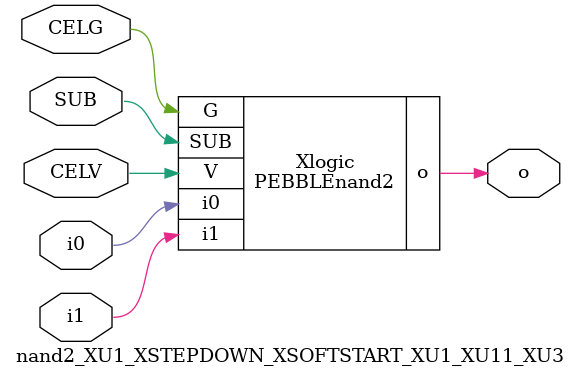
<source format=v>



module PEBBLEnand2 ( o, G, SUB, V, i0, i1 );

  input i0;
  input V;
  input i1;
  input G;
  output o;
  input SUB;
endmodule

//Celera Confidential Do Not Copy nand2_XU1_XSTEPDOWN_XSOFTSTART_XU1_XU11_XU3
//Celera Confidential Symbol Generator
//5V NAND2
module nand2_XU1_XSTEPDOWN_XSOFTSTART_XU1_XU11_XU3 (CELV,CELG,i0,i1,o,SUB);
input CELV;
input CELG;
input i0;
input i1;
input SUB;
output o;

//Celera Confidential Do Not Copy nand2
PEBBLEnand2 Xlogic(
.V (CELV),
.i0 (i0),
.i1 (i1),
.o (o),
.SUB (SUB),
.G (CELG)
);
//,diesize,PEBBLEnand2

//Celera Confidential Do Not Copy Module End
//Celera Schematic Generator
endmodule

</source>
